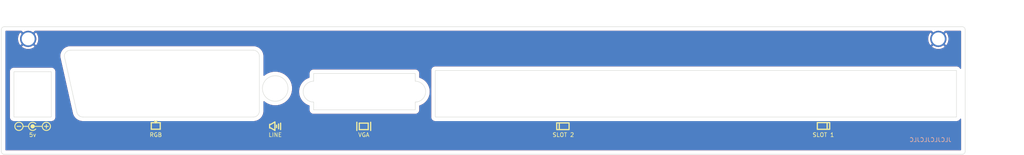
<source format=kicad_pcb>
(kicad_pcb (version 20221018) (generator pcbnew)
  (layers (0 "F.Cu" signal) (31 "B.Cu" signal) (34 "B.Paste" user) (35 "F.Paste" user) (36 "B.SilkS" user "B.Silkscreen") (37 "F.SilkS" user "F.Silkscreen") (38 "B.Mask" user) (39 "F.Mask" user) (44 "Edge.Cuts" user))
  (net 0 "")
  (net 1 "GND")
  (footprint "Smal:CenterPositiveSymbol" (layer "F.Cu") (at 33.884316 110.976418)
    (fp_text reference "REF**" hide)
    (fp_text value "CenterPositiveSymbol" hide)
    (fp_poly (pts (xy -2.996816 0.236082) (xy -4.121816 0.236082) (xy -4.121816 0.011082) (xy -2.996816 0.011082)) (fill solid) (layer "F.SilkS"))
    (fp_poly (pts (xy -1.234317 0.236082) (xy -2.509316 0.236082) (xy -2.509316 0.011082) (xy -1.234317 0.011082)) (fill solid) (layer "F.SilkS"))
    (fp_poly (pts (xy 2.103184 0.236082) (xy 0.153183 0.236082) (xy 0.153183 0.011082) (xy 2.103184 0.011082)) (fill solid) (layer "F.SilkS"))
    (fp_poly (pts (xy 3.303184 0.686082) (xy 3.078184 0.686082) (xy 3.078184 -0.438918) (xy 3.303184 -0.438918)) (fill solid) (layer "F.SilkS"))
    (fp_poly (pts (xy 3.753184 0.236082) (xy 2.628184 0.236082) (xy 2.628184 0.011082) (xy 3.753184 0.011082)) (fill solid) (layer "F.SilkS"))
    (fp_poly (pts (xy -0.15743 -0.400757) (xy -0.130226 -0.398793) (xy -0.103486 -0.395556) (xy -0.077236 -0.391073) (xy -0.051508 -0.385375) (xy -0.026329 -0.378488) (xy -0.00173 -0.370444) (xy 0.022262 -0.36127) (xy 0.045616 -0.350994) (xy 0.068304 -0.339647) (xy 0.090296 -0.327257) (xy 0.111564 -0.313853) (xy 0.132079 -0.299463) (xy 0.15181 -0.284116) (xy 0.17073 -0.267841) (xy 0.188808 -0.250668) (xy 0.206017 -0.232624) (xy 0.222326 -0.21374) (xy 0.237707 -0.194042) (xy 0.252131 -0.173562) (xy 0.265568 -0.152326) (xy 0.277989 -0.130364) (xy 0.289365 -0.107706) (xy 0.299668 -0.084379) (xy 0.308867 -0.060413) (xy 0.316935 -0.035836) (xy 0.323841 -0.010677) (xy 0.329556 0.015034) (xy 0.334053 0.04127) (xy 0.3373 0.068) (xy 0.33927 0.095197) (xy 0.339933 0.122832) (xy 0.33927 0.150469) (xy 0.3373 0.177672) (xy 0.334053 0.204413) (xy 0.329556 0.230662) (xy 0.323841 0.25639) (xy 0.316935 0.281569) (xy 0.308867 0.306169) (xy 0.299668 0.33016) (xy 0.289365 0.353514) (xy 0.277989 0.376202) (xy 0.265568 0.398195) (xy 0.252131 0.419463) (xy 0.237707 0.439977) (xy 0.222326 0.459709) (xy 0.206017 0.478628) (xy 0.188808 0.496707) (xy 0.17073 0.513915) (xy 0.15181 0.530225) (xy 0.132079 0.545606) (xy 0.111564 0.560029) (xy 0.090296 0.573466) (xy 0.068304 0.585887) (xy 0.045616 0.597264) (xy 0.022262 0.607566) (xy -0.00173 0.616766) (xy -0.026329 0.624833) (xy -0.051508 0.631739) (xy -0.077236 0.637455) (xy -0.103486 0.641951) (xy -0.130226 0.645199) (xy -0.15743 0.647169) (xy -0.185066 0.647832) (xy -0.212701 0.647169) (xy -0.239898 0.645199) (xy -0.266629 0.641951) (xy -0.292864 0.637455) (xy -0.318576 0.631739) (xy -0.343734 0.624833) (xy -0.368311 0.616766) (xy -0.392277 0.607566) (xy -0.415604 0.597264) (xy -0.438263 0.585887) (xy -0.460224 0.573466) (xy -0.48146 0.560029) (xy -0.501941 0.545606) (xy -0.521638 0.530225) (xy -0.540523 0.513915) (xy -0.558566 0.496707) (xy -0.57574 0.478628) (xy -0.592014 0.459709) (xy -0.607361 0.439977) (xy -0.621751 0.419463) (xy -0.635156 0.398195) (xy -0.647546 0.376202) (xy -0.658893 0.353514) (xy -0.669168 0.33016) (xy -0.678342 0.306169) (xy -0.686387 0.281569) (xy -0.693273 0.25639) (xy -0.698972 0.230662) (xy -0.703454 0.204413) (xy -0.706692 0.177672) (xy -0.708656 0.150469) (xy -0.709317 0.122832) (xy -0.708656 0.095197) (xy -0.706692 0.068) (xy -0.703454 0.04127) (xy -0.698972 0.015034) (xy -0.693273 -0.010677) (xy -0.686387 -0.035836) (xy -0.678342 -0.060413) (xy -0.669168 -0.084379) (xy -0.658893 -0.107706) (xy -0.647546 -0.130364) (xy -0.635156 -0.152326) (xy -0.621751 -0.173562) (xy -0.607361 -0.194042) (xy -0.592014 -0.21374) (xy -0.57574 -0.232624) (xy -0.558566 -0.250668) (xy -0.540523 -0.267841) (xy -0.521638 -0.284116) (xy -0.501941 -0.299463) (xy -0.48146 -0.313853) (xy -0.460224 -0.327257) (xy -0.438263 -0.339647) (xy -0.415604 -0.350994) (xy -0.392277 -0.36127) (xy -0.368311 -0.370444) (xy -0.343734 -0.378488) (xy -0.318576 -0.385375) (xy -0.292864 -0.391073) (xy -0.266629 -0.395556) (xy -0.239898 -0.398793) (xy -0.212701 -0.400757) (xy -0.185066 -0.401418)) (fill solid) (layer "F.SilkS"))
    (fp_poly (pts (xy -0.108566 -0.997668) (xy -0.053067 -0.992418) (xy 0.002434 -0.984168) (xy 0.057184 -0.973668) (xy 0.111184 -0.960918) (xy 0.164434 -0.944418) (xy 0.216933 -0.924918) (xy 0.268683 -0.903918) (xy 0.319684 -0.880668) (xy 0.368434 -0.854418) (xy 0.416434 -0.825918) (xy 0.462934 -0.794418) (xy 0.507934 -0.761418) (xy 0.550684 -0.726168) (xy 0.591933 -0.688668) (xy 0.631684 -0.648918) (xy 0.669184 -0.607668) (xy 0.704433 -0.564918) (xy 0.737433 -0.519918) (xy 0.536433 -0.379668) (xy 0.511683 -0.414918) (xy 0.483934 -0.448668) (xy 0.454684 -0.480918) (xy 0.423933 -0.512418) (xy 0.390933 -0.541668) (xy 0.357184 -0.569418) (xy 0.321933 -0.594918) (xy 0.285934 -0.619668) (xy 0.248434 -0.642168) (xy 0.209433 -0.662418) (xy 0.170434 -0.681918) (xy 0.129934 -0.698418) (xy 0.088684 -0.712668) (xy 0.046684 -0.725418) (xy 0.003934 -0.735918) (xy -0.038816 -0.744168) (xy -0.082317 -0.750168) (xy -0.125816 -0.753918) (xy -0.169317 -0.756168) (xy -0.212816 -0.755418) (xy -0.257066 -0.753168) (xy -0.300567 -0.748668) (xy -0.343316 -0.741918) (xy -0.386066 -0.732918) (xy -0.428816 -0.721668) (xy -0.470066 -0.708168) (xy -0.511316 -0.693168) (xy -0.551067 -0.676668) (xy -0.590816 -0.657918) (xy -0.629067 -0.636168) (xy -0.666567 -0.613668) (xy -0.702567 -0.588918) (xy -0.737066 -0.561918) (xy -0.770066 -0.534168) (xy -0.802316 -0.504168) (xy -0.832317 -0.472668) (xy -0.861566 -0.439668) (xy -0.889316 -0.405168) (xy -0.914816 -0.369918) (xy -0.938067 -0.333168) (xy -0.959817 -0.294918) (xy -0.980066 -0.255918) (xy -0.998066 -0.216168) (xy -1.013816 -0.175668) (xy -1.027316 -0.133668) (xy -1.039316 -0.091668) (xy -1.049066 -0.048918) (xy -1.056566 -0.006168) (xy -1.061816 0.037332) (xy -1.065567 0.080832) (xy -1.066316 0.124332) (xy -1.065567 0.168582) (xy -1.061816 0.212082) (xy -1.056566 0.255582) (xy -1.049066 0.298332) (xy -1.039316 0.341082) (xy -1.027316 0.383082) (xy -1.013816 0.424332) (xy -0.997317 0.465582) (xy -0.980066 0.505332) (xy -0.959817 0.544332) (xy -0.938067 0.581832) (xy -0.914816 0.618582) (xy -0.889316 0.654582) (xy -0.862316 0.688332) (xy -0.833817 0.721332) (xy -0.803067 0.752832) (xy -0.771566 0.782832) (xy -0.737816 0.811332) (xy -0.703316 0.837582) (xy -0.667316 0.862332) (xy -0.629816 0.885582) (xy -0.591567 0.906582) (xy -0.552567 0.925332) (xy -0.512066 0.943332) (xy -0.471566 0.959082) (xy -0.429566 0.971832) (xy -0.387567 0.983082) (xy -0.344817 0.992082) (xy -0.301316 0.998832) (xy -0.257817 1.003332) (xy -0.214316 1.005582) (xy -0.170066 1.006332) (xy -0.126567 1.004082) (xy -0.083066 1.000332) (xy -0.039567 0.994332) (xy 0.003183 0.986082) (xy 0.045184 0.975582) (xy 0.087184 0.962832) (xy 0.128433 0.948582) (xy 0.168933 0.931332) (xy 0.208683 0.914082) (xy 0.246933 0.893082) (xy 0.285184 0.870582) (xy 0.321183 0.846582) (xy 0.356433 0.820332) (xy 0.390184 0.792582) (xy 0.422434 0.763332) (xy 0.453183 0.732582) (xy 0.482433 0.700332) (xy 0.510184 0.665832) (xy 0.537184 0.631332) (xy 0.735934 0.770082) (xy 0.702183 0.815082) (xy 0.666933 0.858582) (xy 0.629433 0.899832) (xy 0.590434 0.939582) (xy 0.549183 0.976332) (xy 0.505684 1.012332) (xy 0.460683 1.045332) (xy 0.414184 1.076082) (xy 0.366933 1.104582) (xy 0.317434 1.130832) (xy 0.267184 1.154832) (xy 0.215434 1.175832) (xy 0.162934 1.193832) (xy 0.108933 1.209582) (xy 0.054934 1.222332) (xy 0.000184 1.232832) (xy -0.055316 1.241082) (xy -0.110817 1.246332) (xy -0.166316 1.248582) (xy -0.221817 1.247832) (xy -0.278067 1.244832) (xy -0.332817 1.238832) (xy -0.388316 1.229832) (xy -0.443066 1.218582) (xy -0.497066 1.204332) (xy -0.550316 1.187082) (xy -0.602067 1.167582) (xy -0.653816 1.145832) (xy -0.703316 1.121082) (xy -0.752816 1.094082) (xy -0.800067 1.064832) (xy -0.845817 1.033332) (xy -0.890067 0.999582) (xy -0.932817 0.962832) (xy -0.973316 0.925332) (xy -1.012316 0.884832) (xy -1.049066 0.842832) (xy -1.083566 0.799332) (xy -1.115816 0.753582) (xy -1.145817 0.707082) (xy -1.172816 0.658332) (xy -1.198316 0.608832) (xy -1.221566 0.557832) (xy -1.241816 0.506082) (xy -1.259066 0.452082) (xy -1.274066 0.398832) (xy -1.286816 0.344082) (xy -1.295817 0.289332) (xy -1.303316 0.233832) (xy -1.307066 0.178332) (xy -1.308566 0.122832) (xy -1.307066 0.066582) (xy -1.303316 0.011082) (xy -1.295817 -0.044418) (xy -1.286066 -0.099168) (xy -1.274066 -0.153168) (xy -1.259066 -0.207168) (xy -1.241067 -0.259668) (xy -1.220817 -0.311418) (xy -1.198316 -0.362418) (xy -1.172816 -0.411918) (xy -1.144317 -0.459918) (xy -1.114316 -0.507168) (xy -1.082066 -0.552918) (xy -1.046817 -0.596418) (xy -1.010066 -0.638418) (xy -0.971817 -0.678168) (xy -0.930566 -0.716418) (xy -0.888567 -0.752418) (xy -0.843566 -0.786168) (xy -0.797817 -0.817668) (xy -0.750567 -0.846918) (xy -0.701816 -0.873918) (xy -0.651567 -0.898668) (xy -0.600567 -0.920418) (xy -0.548066 -0.939918) (xy -0.494817 -0.955668) (xy -0.440816 -0.969918) (xy -0.386066 -0.981168) (xy -0.331317 -0.990168) (xy -0.275816 -0.996168) (xy -0.219566 -0.999168) (xy -0.164067 -0.999918)) (fill solid) (layer "F.SilkS"))
    (fp_poly (pts (xy -3.5 -1) (xy -3.441625 -0.995788) (xy -3.384253 -0.988842) (xy -3.327944 -0.979226) (xy -3.272762 -0.967) (xy -3.218768 -0.952227) (xy -3.166023 -0.934968) (xy -3.11459 -0.915285) (xy -3.06453 -0.89324) (xy -3.015905 -0.868895) (xy -2.968777 -0.842312) (xy -2.923208 -0.813552) (xy -2.879259 -0.782677) (xy -2.836993 -0.749749) (xy -2.79647 -0.714829) (xy -2.757754 -0.677981) (xy -2.720905 -0.639264) (xy -2.685986 -0.598742) (xy -2.653058 -0.556475) (xy -2.622183 -0.512526) (xy -2.593422 -0.466957) (xy -2.566839 -0.419829) (xy -2.542494 -0.371204) (xy -2.520449 -0.321145) (xy -2.500767 -0.269711) (xy -2.483508 -0.216967) (xy -2.468735 -0.162972) (xy -2.456509 -0.10779) (xy -2.446892 -0.051482) (xy -2.439947 0.005891) (xy -2.435734 0.064266) (xy -2.434316 0.123582) (xy -2.435734 0.182898) (xy -2.439947 0.241273) (xy -2.446892 0.298646) (xy -2.456509 0.354954) (xy -2.468735 0.410136) (xy -2.483508 0.464131) (xy -2.500767 0.516875) (xy -2.520449 0.568309) (xy -2.542494 0.618368) (xy -2.566839 0.666993) (xy -2.593422 0.714121) (xy -2.622183 0.75969) (xy -2.653058 0.803639) (xy -2.685986 0.845906) (xy -2.720905 0.886428) (xy -2.757754 0.925145) (xy -2.79647 0.961993) (xy -2.836993 0.996913) (xy -2.879259 1.029841) (xy -2.923208 1.060716) (xy -2.968777 1.089476) (xy -3.015905 1.116059) (xy -3.06453 1.140404) (xy -3.11459 1.162449) (xy -3.166023 1.182132) (xy -3.218768 1.199391) (xy -3.272762 1.214164) (xy -3.327944 1.22639) (xy -3.384253 1.236006) (xy -3.441625 1.242952) (xy -3.5 1.247164) (xy -3.559316 1.248582) (xy -3.618632 1.247164) (xy -3.677007 1.242952) (xy -3.73438 1.236006) (xy -3.790688 1.22639) (xy -3.845871 1.214164) (xy -3.899865 1.199391) (xy -3.95261 1.182132) (xy -4.004043 1.162449) (xy -4.054103 1.140404) (xy -4.102728 1.116059) (xy -4.149855 1.089476) (xy -4.195425 1.060716) (xy -4.239373 1.029841) (xy -4.28164 0.996913) (xy -4.322162 0.961993) (xy -4.360879 0.925145) (xy -4.397728 0.886428) (xy -4.432647 0.845906) (xy -4.465575 0.803639) (xy -4.49645 0.75969) (xy -4.52521 0.714121) (xy -4.551794 0.666993) (xy -4.576139 0.618368) (xy -4.598183 0.568309) (xy -4.617866 0.516875) (xy -4.635125 0.464131) (xy -4.649898 0.410136) (xy -4.662124 0.354954) (xy -4.67174 0.298646) (xy -4.678686 0.241273) (xy -4.682898 0.182898) (xy -4.684316 0.123582) (xy -4.684298 0.122832) (xy -4.437566 0.122832) (xy -4.43646 0.169098) (xy -4.433175 0.214631) (xy -4.427757 0.259382) (xy -4.420256 0.303302) (xy -4.41072 0.346344) (xy -4.399197 0.38846) (xy -4.385735 0.429601) (xy -4.370383 0.469719) (xy -4.353188 0.508765) (xy -4.334199 0.546693) (xy -4.313464 0.583452) (xy -4.291031 0.618996) (xy -4.266948 0.653276) (xy -4.241264 0.686244) (xy -4.214027 0.717852) (xy -4.185285 0.748051) (xy -4.155086 0.776793) (xy -4.123479 0.80403) (xy -4.090511 0.829714) (xy -4.056231 0.853796) (xy -4.020687 0.876229) (xy -3.983927 0.896964) (xy -3.946 0.915953) (xy -3.906953 0.933148) (xy -3.866835 0.948501) (xy -3.825694 0.961963) (xy -3.783579 0.973486) (xy -3.740537 0.983022) (xy -3.696616 0.990523) (xy -3.651865 0.99594) (xy -3.606333 0.999226) (xy -3.560066 1.000332) (xy -3.5138 0.999226) (xy -3.468267 0.99594) (xy -3.423517 0.990523) (xy -3.379596 0.983022) (xy -3.336554 0.973486) (xy -3.294438 0.961963) (xy -3.253298 0.948501) (xy -3.21318 0.933148) (xy -3.174133 0.915953) (xy -3.136206 0.896964) (xy -3.099446 0.876229) (xy -3.063902 0.853796) (xy -3.029622 0.829714) (xy -2.996654 0.80403) (xy -2.965046 0.776793) (xy -2.934848 0.748051) (xy -2.906106 0.717852) (xy -2.878868 0.686244) (xy -2.853185 0.653276) (xy -2.829102 0.618996) (xy -2.806669 0.583452) (xy -2.785934 0.546693) (xy -2.766945 0.508765) (xy -2.74975 0.469719) (xy -2.734397 0.429601) (xy -2.720936 0.38846) (xy -2.709413 0.346344) (xy -2.699876 0.303302) (xy -2.692376 0.259382) (xy -2.686958 0.214631) (xy -2.683672 0.169098) (xy -2.682566 0.122832) (xy -2.683672 0.076566) (xy -2.686958 0.031033) (xy -2.692376 -0.013718) (xy -2.699876 -0.057638) (xy -2.709413 -0.10068) (xy -2.720936 -0.142796) (xy -2.734397 -0.183937) (xy -2.74975 -0.224055) (xy -2.766945 -0.263101) (xy -2.785934 -0.301029) (xy -2.806669 -0.337789) (xy -2.829102 -0.373333) (xy -2.853185 -0.407613) (xy -2.878868 -0.44058) (xy -2.906106 -0.472188) (xy -2.934848 -0.502387) (xy -2.965046 -0.531129) (xy -2.996654 -0.558366) (xy -3.029622 -0.58405) (xy -3.063902 -0.608132) (xy -3.099446 -0.630565) (xy -3.136206 -0.6513) (xy -3.174133 -0.67029) (xy -3.21318 -0.687484) (xy -3.253298 -0.702837) (xy -3.294438 -0.716299) (xy -3.336554 -0.727822) (xy -3.379596 -0.737358) (xy -3.423517 -0.744859) (xy -3.468267 -0.750276) (xy -3.5138 -0.753562) (xy -3.560066 -0.754668) (xy -3.606333 -0.753562) (xy -3.651865 -0.750276) (xy -3.696616 -0.744859) (xy -3.740537 -0.737358) (xy -3.783579 -0.727822) (xy -3.825694 -0.716299) (xy -3.866835 -0.702837) (xy -3.906953 -0.687484) (xy -3.946 -0.67029) (xy -3.983927 -0.6513) (xy -4.020687 -0.630565) (xy -4.056231 -0.608132) (xy -4.090511 -0.58405) (xy -4.123479 -0.558366) (xy -4.155086 -0.531129) (xy -4.185285 -0.502387) (xy -4.214027 -0.472188) (xy -4.241264 -0.44058) (xy -4.266948 -0.407613) (xy -4.291031 -0.373333) (xy -4.313464 -0.337789) (xy -4.334199 -0.301029) (xy -4.353188 -0.263101) (xy -4.370383 -0.224055) (xy -4.385735 -0.183937) (xy -4.399197 -0.142796) (xy -4.41072 -0.10068) (xy -4.420256 -0.057638) (xy -4.427757 -0.013718) (xy -4.433175 0.031033) (xy -4.43646 0.076566) (xy -4.437566 0.122832) (xy -4.684298 0.122832) (xy -4.682898 0.064266) (xy -4.678686 0.005891) (xy -4.67174 -0.051482) (xy -4.662124 -0.10779) (xy -4.649898 -0.162972) (xy -4.635125 -0.216967) (xy -4.617866 -0.269711) (xy -4.598183 -0.321145) (xy -4.576139 -0.371204) (xy -4.551794 -0.419829) (xy -4.52521 -0.466957) (xy -4.49645 -0.512526) (xy -4.465575 -0.556475) (xy -4.432647 -0.598742) (xy -4.397728 -0.639264) (xy -4.360879 -0.677981) (xy -4.322162 -0.714829) (xy -4.28164 -0.749749) (xy -4.239373 -0.782677) (xy -4.195425 -0.813552) (xy -4.149855 -0.842312) (xy -4.102728 -0.868895) (xy -4.054103 -0.89324) (xy -4.004043 -0.915285) (xy -3.95261 -0.934968) (xy -3.899865 -0.952227) (xy -3.845871 -0.967) (xy -3.790688 -0.979226) (xy -3.73438 -0.988842) (xy -3.677007 -0.995788) (xy -3.618632 -1) (xy -3.559316 -1.001418)) (fill solid) (layer "F.SilkS"))
    (fp_poly (pts (xy 3.25 -1) (xy 3.308375 -0.995788) (xy 3.365748 -0.988842) (xy 3.422056 -0.979226) (xy 3.477238 -0.967) (xy 3.531233 -0.952227) (xy 3.583977 -0.934968) (xy 3.635411 -0.915285) (xy 3.68547 -0.89324) (xy 3.734095 -0.868895) (xy 3.781223 -0.842312) (xy 3.826792 -0.813552) (xy 3.870741 -0.782677) (xy 3.913008 -0.749749) (xy 3.95353 -0.714829) (xy 3.992247 -0.677981) (xy 4.029095 -0.639264) (xy 4.064015 -0.598742) (xy 4.096943 -0.556475) (xy 4.127818 -0.512526) (xy 4.156578 -0.466957) (xy 4.183161 -0.419829) (xy 4.207506 -0.371204) (xy 4.229551 -0.321145) (xy 4.249234 -0.269711) (xy 4.266493 -0.216967) (xy 4.281266 -0.162972) (xy 4.293492 -0.10779) (xy 4.303108 -0.051482) (xy 4.310054 0.005891) (xy 4.314266 0.064266) (xy 4.315684 0.123582) (xy 4.314266 0.182898) (xy 4.310054 0.241273) (xy 4.303108 0.298646) (xy 4.293492 0.354954) (xy 4.281266 0.410136) (xy 4.266493 0.464131) (xy 4.249234 0.516875) (xy 4.229551 0.568309) (xy 4.207506 0.618368) (xy 4.183161 0.666993) (xy 4.156578 0.714121) (xy 4.127818 0.75969) (xy 4.096943 0.803639) (xy 4.064015 0.845906) (xy 4.029095 0.886428) (xy 3.992247 0.925145) (xy 3.95353 0.961993) (xy 3.913008 0.996913) (xy 3.870741 1.029841) (xy 3.826792 1.060716) (xy 3.781223 1.089476) (xy 3.734095 1.116059) (xy 3.68547 1.140404) (xy 3.635411 1.162449) (xy 3.583977 1.182132) (xy 3.531233 1.199391) (xy 3.477238 1.214164) (xy 3.422056 1.22639) (xy 3.365748 1.236006) (xy 3.308375 1.242952) (xy 3.25 1.247164) (xy 3.190684 1.248582) (xy 3.131368 1.247164) (xy 3.072993 1.242952) (xy 3.01562 1.236006) (xy 2.959312 1.22639) (xy 2.90413 1.214164) (xy 2.850135 1.199391) (xy 2.797391 1.182132) (xy 2.745957 1.162449) (xy 2.695898 1.140404) (xy 2.647273 1.116059) (xy 2.600145 1.089476) (xy 2.554576 1.060716) (xy 2.510627 1.029841) (xy 2.46836 0.996913) (xy 2.427838 0.961993) (xy 2.389121 0.925145) (xy 2.352273 0.886428) (xy 2.317353 0.845906) (xy 2.284425 0.803639) (xy 2.25355 0.75969) (xy 2.22479 0.714121) (xy 2.198207 0.666993) (xy 2.173862 0.618368) (xy 2.151817 0.568309) (xy 2.132134 0.516875) (xy 2.114875 0.464131) (xy 2.100102 0.410136) (xy 2.087876 0.354954) (xy 2.07826 0.298646) (xy 2.071314 0.241273) (xy 2.067102 0.182898) (xy 2.065684 0.123582) (xy 2.065702 0.122832) (xy 2.312434 0.122832) (xy 2.31354 0.169098) (xy 2.316826 0.214631) (xy 2.322243 0.259382) (xy 2.329744 0.303302) (xy 2.33928 0.346344) (xy 2.350803 0.38846) (xy 2.364265 0.429601) (xy 2.379618 0.469719) (xy 2.396813 0.508765) (xy 2.415802 0.546693) (xy 2.436537 0.583452) (xy 2.45897 0.618996) (xy 2.483052 0.653276) (xy 2.508736 0.686244) (xy 2.535973 0.717852) (xy 2.564715 0.748051) (xy 2.594914 0.776793) (xy 2.626522 0.80403) (xy 2.659489 0.829714) (xy 2.693769 0.853796) (xy 2.729313 0.876229) (xy 2.766073 0.896964) (xy 2.804001 0.915953) (xy 2.843047 0.933148) (xy 2.883165 0.948501) (xy 2.924306 0.961963) (xy 2.966422 0.973486) (xy 3.009464 0.983022) (xy 3.053384 0.990523) (xy 3.098135 0.99594) (xy 3.143667 0.999226) (xy 3.189934 1.000332) (xy 3.2362 0.999226) (xy 3.281733 0.99594) (xy 3.326483 0.990523) (xy 3.370404 0.983022) (xy 3.413446 0.973486) (xy 3.455562 0.961963) (xy 3.496703 0.948501) (xy 3.53682 0.933148) (xy 3.575867 0.915953) (xy 3.613794 0.896964) (xy 3.650554 0.876229) (xy 3.686098 0.853796) (xy 3.720378 0.829714) (xy 3.753346 0.80403) (xy 3.784954 0.776793) (xy 3.815152 0.748051) (xy 3.843894 0.717852) (xy 3.871132 0.686244) (xy 3.896815 0.653276) (xy 3.920898 0.618996) (xy 3.943331 0.583452) (xy 3.964066 0.546693) (xy 3.983055 0.508765) (xy 4.00025 0.469719) (xy 4.015603 0.429601) (xy 4.029064 0.38846) (xy 4.040587 0.346344) (xy 4.050124 0.303302) (xy 4.057624 0.259382) (xy 4.063042 0.214631) (xy 4.066328 0.169098) (xy 4.067434 0.122832) (xy 4.066328 0.076566) (xy 4.063042 0.031033) (xy 4.057624 -0.013718) (xy 4.050124 -0.057638) (xy 4.040587 -0.10068) (xy 4.029064 -0.142796) (xy 4.015603 -0.183937) (xy 4.00025 -0.224055) (xy 3.983055 -0.263101) (xy 3.964066 -0.301029) (xy 3.943331 -0.337789) (xy 3.920898 -0.373333) (xy 3.896815 -0.407613) (xy 3.871132 -0.44058) (xy 3.843894 -0.472188) (xy 3.815152 -0.502387) (xy 3.784954 -0.531129) (xy 3.753346 -0.558366) (xy 3.720378 -0.58405) (xy 3.686098 -0.608132) (xy 3.650554 -0.630565) (xy 3.613794 -0.6513) (xy 3.575867 -0.67029) (xy 3.53682 -0.687484) (xy 3.496703 -0.702837) (xy 3.455562 -0.716299) (xy 3.413446 -0.727822) (xy 3.370404 -0.737358) (xy 3.326483 -0.744859) (xy 3.281733 -0.750276) (xy 3.2362 -0.753562) (xy 3.189934 -0.754668) (xy 3.143667 -0.753562) (xy 3.098135 -0.750276) (xy 3.053384 -0.744859) (xy 3.009464 -0.737358) (xy 2.966422 -0.727822) (xy 2.924306 -0.716299) (xy 2.883165 -0.702837) (xy 2.843047 -0.687484) (xy 2.804001 -0.67029) (xy 2.766073 -0.6513) (xy 2.729313 -0.630565) (xy 2.693769 -0.608132) (xy 2.659489 -0.58405) (xy 2.626522 -0.558366) (xy 2.594914 -0.531129) (xy 2.564715 -0.502387) (xy 2.535973 -0.472188) (xy 2.508736 -0.44058) (xy 2.483052 -0.407613) (xy 2.45897 -0.373333) (xy 2.436537 -0.337789) (xy 2.415802 -0.301029) (xy 2.396813 -0.263101) (xy 2.379618 -0.224055) (xy 2.364265 -0.183937) (xy 2.350803 -0.142796) (xy 2.33928 -0.10068) (xy 2.329744 -0.057638) (xy 2.322243 -0.013718) (xy 2.316826 0.031033) (xy 2.31354 0.076566) (xy 2.312434 0.122832) (xy 2.065702 0.122832) (xy 2.067102 0.064266) (xy 2.071314 0.005891) (xy 2.07826 -0.051482) (xy 2.087876 -0.10779) (xy 2.100102 -0.162972) (xy 2.114875 -0.216967) (xy 2.132134 -0.269711) (xy 2.151817 -0.321145) (xy 2.173862 -0.371204) (xy 2.198207 -0.419829) (xy 2.22479 -0.466957) (xy 2.25355 -0.512526) (xy 2.284425 -0.556475) (xy 2.317353 -0.598742) (xy 2.352273 -0.639264) (xy 2.389121 -0.677981) (xy 2.427838 -0.714829) (xy 2.46836 -0.749749) (xy 2.510627 -0.782677) (xy 2.554576 -0.813552) (xy 2.600145 -0.842312) (xy 2.647273 -0.868895) (xy 2.695898 -0.89324) (xy 2.745957 -0.915285) (xy 2.797391 -0.934968) (xy 2.850135 -0.952227) (xy 2.90413 -0.967) (xy 2.959312 -0.979226) (xy 3.01562 -0.988842) (xy 3.072993 -0.995788) (xy 3.131368 -1) (xy 3.190684 -1.001418)) (fill solid) (layer "F.SilkS"))
  )
  (footprint "MountingHole:MountingHole_3.2mm_M3_Pad" (layer "F.Cu") (at 256.6 89.5)
    (fp_text reference "H2" hide)
    (fp_text value "MountingHole_Pad")
    (pad "1" thru_hole circle (at 0 0) (size 4 4) (drill 3.2) (layers "*.Cu" "*.Mask") (net 1 "GND"))
  )
  (footprint "MountingHole:MountingHole_3.2mm_M3_Pad" (layer "F.Cu") (at 32.6 89.5)
    (fp_text reference "H1" hide)
    (fp_text value "MountingHole_Pad")
    (pad "1" thru_hole circle (at 0 0) (size 4 4) (drill 3.2) (layers "*.Cu" "*.Mask") (net 1 "GND"))
  )
  (gr_line (start 93.726 111.4) (end 93.726 110.8) (stroke (width 0.3)) (layer "F.SilkS"))
  (gr_line (start 64 110.2) (end 63.7 109.7) (stroke (width 0.3)) (layer "F.SilkS"))
  (gr_line (start 94.226 111.7) (end 94.226 110.5) (stroke (width 0.3)) (layer "F.SilkS"))
  (gr_poly (pts (xy 93.326 110) (xy 93.326 112.1) (xy 92.326 111.5) (xy 92.026 111.5) (xy 92.026 110.6) (xy 92.326 110.6)) (stroke (width 0.3)) (fill none) (layer "F.SilkS"))
  (gr_line (start 114.089 110.3) (end 114.089 111.9) (stroke (width 0.3)) (layer "F.SilkS"))
  (gr_line (start 62.9 110.2) (end 65.1 110.2) (stroke (width 0.3)) (layer "F.SilkS"))
  (gr_rect (start 226.822 110.176) (end 229.87 111.827) (stroke (width 0.3)) (fill none) (layer "F.SilkS"))
  (gr_line (start 62.9 110.2) (end 62.9 111.8) (stroke (width 0.3)) (layer "F.SilkS"))
  (gr_line (start 163.311 110.376) (end 163.311 111.773) (stroke (width 0.3)) (layer "F.SilkS"))
  (gr_line (start 116.889 110.084) (end 116.889 112.116) (stroke (width 0.3)) (layer "F.SilkS"))
  (gr_line (start 62.9 111.8) (end 65.1 111.8) (stroke (width 0.3)) (layer "F.SilkS"))
  (gr_line (start 65.1 110.2) (end 65.1 111.8) (stroke (width 0.3)) (layer "F.SilkS"))
  (gr_line (start 114.089 111.9) (end 116.289 111.9) (stroke (width 0.3)) (layer "F.SilkS"))
  (gr_line (start 229.235 110.303) (end 229.235 111.7) (stroke (width 0.3)) (layer "F.SilkS"))
  (gr_line (start 64 110.2) (end 64.3 109.7) (stroke (width 0.3)) (layer "F.SilkS"))
  (gr_line (start 114.089 110.3) (end 116.289 110.3) (stroke (width 0.3)) (layer "F.SilkS"))
  (gr_line (start 113.489 110.084) (end 113.489 112.116) (stroke (width 0.3)) (layer "F.SilkS"))
  (gr_rect (start 162.676 110.249) (end 165.724 111.9) (stroke (width 0.3)) (fill none) (layer "F.SilkS"))
  (gr_line (start 116.289 110.3) (end 116.289 111.9) (stroke (width 0.3)) (layer "F.SilkS"))
  (gr_line (start 94.726 111.9) (end 94.726 110.3) (stroke (width 0.3)) (layer "F.SilkS"))
  (gr_line (start 43 92.3) (end 88 92.3) (stroke (width 0.1)) (layer "Edge.Cuts"))
  (gr_arc (start 26.7 118) (mid 26.205025 117.794975) (end 26 117.3) (stroke (width 0.1)) (layer "Edge.Cuts"))
  (gr_arc (start 262.5 86.5) (mid 262.994967 86.705033) (end 263.2 87.2) (stroke (width 0.1)) (layer "Edge.Cuts"))
  (gr_arc (start 89.5 107.3) (mid 89.06066 108.36066) (end 88 108.8) (stroke (width 0.1)) (layer "Edge.Cuts"))
  (gr_arc (start 102.85 105.100001) (mid 100.275 102.525001) (end 102.85 99.950001) (stroke (width 0.1)) (layer "Edge.Cuts"))
  (gr_line (start 102.85 105.100001) (end 102.85 106.999999) (stroke (width 0.1)) (layer "Edge.Cuts"))
  (gr_rect (start 29.1 97.6) (end 38.3 108.8) (stroke (width 0.1)) (fill none) (layer "Edge.Cuts"))
  (gr_line (start 262.5 86.5) (end 26.7 86.5) (stroke (width 0.1)) (layer "Edge.Cuts"))
  (gr_arc (start 88 92.3) (mid 89.06066 92.73934) (end 89.5 93.8) (stroke (width 0.1)) (layer "Edge.Cuts"))
  (gr_line (start 263.2 117.3) (end 263.2 87.2) (stroke (width 0.1)) (layer "Edge.Cuts"))
  (gr_arc (start 263.2 117.3) (mid 262.994957 117.794942) (end 262.5 118) (stroke (width 0.1)) (layer "Edge.Cuts"))
  (gr_arc (start 46.1 108.8) (mid 45.169952 108.495525) (end 44.6 107.7) (stroke (width 0.1)) (layer "Edge.Cuts"))
  (gr_line (start 88 108.8) (end 46.1 108.8) (stroke (width 0.1)) (layer "Edge.Cuts"))
  (gr_arc (start 127.85 99.95) (mid 130.425001 102.525001) (end 127.85 105.1) (stroke (width 0.1)) (layer "Edge.Cuts"))
  (gr_line (start 26 87.2) (end 26 117.3) (stroke (width 0.1)) (layer "Edge.Cuts"))
  (gr_line (start 89.5 93.8) (end 89.5 107.3) (stroke (width 0.1)) (layer "Edge.Cuts"))
  (gr_line (start 26.7 118) (end 262.5 118) (stroke (width 0.1)) (layer "Edge.Cuts"))
  (gr_circle (center 93.4 101.75) (end 96.55 101.75) (stroke (width 0.1)) (fill none) (layer "Edge.Cuts"))
  (gr_arc (start 26 87.2) (mid 26.205025 86.705025) (end 26.7 86.5) (stroke (width 0.1)) (layer "Edge.Cuts"))
  (gr_line (start 127.85 98.05) (end 102.85 98.05) (stroke (width 0.1)) (layer "Edge.Cuts"))
  (gr_line (start 102.85 99.950001) (end 102.85 98.05) (stroke (width 0.1)) (layer "Edge.Cuts"))
  (gr_line (start 127.85 99.95) (end 127.85 98.05) (stroke (width 0.1)) (layer "Edge.Cuts"))
  (gr_line (start 127.85 107) (end 102.85 106.999999) (stroke (width 0.1)) (layer "Edge.Cuts"))
  (gr_arc (start 41.5 93.8) (mid 41.93934 92.73934) (end 43 92.3) (stroke (width 0.1)) (layer "Edge.Cuts"))
  (gr_line (start 127.85 105.1) (end 127.85 107) (stroke (width 0.1)) (layer "Edge.Cuts"))
  (gr_rect (start 132.8 97.3) (end 261.07 108.8) (stroke (width 0.1)) (fill none) (layer "Edge.Cuts"))
  (gr_line (start 41.5 93.8) (end 44.6 107.7) (stroke (width 0.1)) (layer "Edge.Cuts"))
  (gr_text "JLCJLCJLCJLC" (at 259.9 115) (layer "B.SilkS") (effects (font (size 1 1)) (justify left bottom mirror)))
  (gr_text "RGB" (at 64 113.2) (layer "F.SilkS") (effects (font (size 1 1))))
  (gr_text "SLOT 2" (at 164.3 113.2) (layer "F.SilkS") (effects (font (size 1 1))))
  (gr_text "5v" (at 33.7 113.2) (layer "F.SilkS") (effects (font (size 1 1))))
  (gr_text "SLOT 1" (at 228.3 113.2) (layer "F.SilkS") (effects (font (size 1 1))))
  (gr_text "LINE" (at 93.4 113.2) (layer "F.SilkS") (effects (font (size 1 1))))
  (gr_text "VGA" (at 115.2 113.2) (layer "F.SilkS") (effects (font (size 1 1))))
  (zone (net 1) (net_name "GND") (layers "F&B.Cu") (connect_pads (clearance 0.5)) (min_thickness 0.25) (fill yes (thermal_gap 0.5) (thermal_bridge_width 0.5) (island_removal_mode 1) (island_area_min 10))
    (polygon (pts (xy 265.35 118.1) (xy 265.4 79.9) (xy 26 80) (xy 26.05 118.15)))
  )
)
</source>
